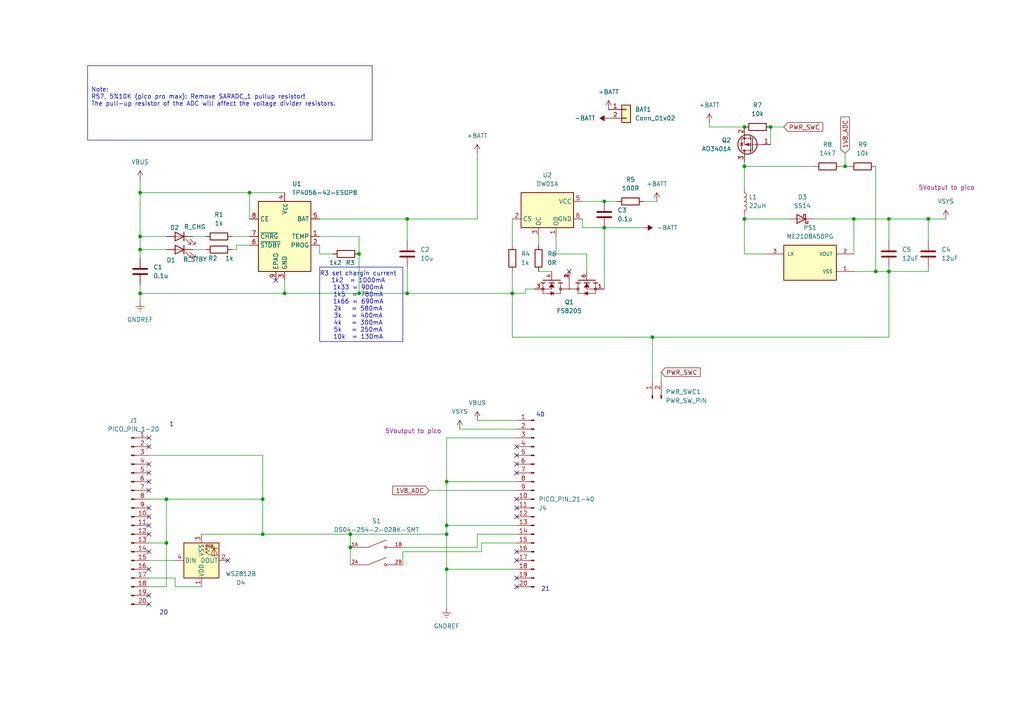
<source format=kicad_sch>
(kicad_sch (version 20250114) (generator "eeschema") (generator_version "9.0")
  (paper "A4")
  (title_block (title "FOX-JACK EXT. BOARD_TOP") (date "2025-06-23") (rev "1.0") (company "Design by KaliAssistant") (comment 1 "Github: github.com/KaliAssistant/FOX-Jack.git"))
  (lib_symbols
    (symbol "Battery_Management:DW01A"
      (property "Reference" "U" (at -6.604 6.35 0))
      (property "Value" "DW01A" (at 4.318 6.604 0))
      (symbol "DW01A_0_1"
        (pin power_in line (at -10.16 2.54 0) (length 2.54) (name "VCC") (number "5"))
        (pin power_in line (at -10.16 -2.54 0) (length 2.54) (name "GND") (number "6"))
        (pin output line (at -2.54 -7.62 90) (length 2.54) (name "OD") (number "1"))
        (pin output line (at 2.54 -7.62 90) (length 2.54) (name "OC") (number "3"))
        (pin input line (at 10.16 -2.54 180) (length 2.54) (name "CS") (number "2"))
      )
      (symbol "DW01A_1_1"
        (rectangle (start -7.62 5.08) (end 7.62 -5.08) (stroke (width 0.254)) (fill (type background)))
        (pin no_connect line (at 10.16 2.54 180) (length 2.54) (hide yes) (name "TD") (number "4"))
      )
    )
    (symbol "Battery_Management:TP4056-42-ESOP8"
      (property "Reference" "U" (at -6.604 11.684 0))
      (property "Value" "TP4056-42-ESOP8" (at 10.16 11.684 0))
      (symbol "TP4056-42-ESOP8_1_0"
        (pin input line (at -10.16 5.08 0) (length 2.54) (name "CE") (number "8"))
        (pin open_collector line (at -10.16 0 0) (length 2.54) (name "~{CHRG}") (number "7"))
        (pin open_collector line (at -10.16 -2.54 0) (length 2.54) (name "~{STDBY}") (number "6"))
        (pin passive line (at -2.54 -12.7 90) (length 2.54) (name "EPAD") (number "9"))
        (pin power_in line (at 0 12.7 270) (length 2.54) (name "V_{CC}") (number "4"))
        (pin power_in line (at 0 -12.7 90) (length 2.54) (name "GND") (number "3"))
        (pin power_out line (at 10.16 5.08 180) (length 2.54) (name "BAT") (number "5"))
        (pin input line (at 10.16 0 180) (length 2.54) (name "TEMP") (number "1"))
        (pin passive line (at 10.16 -2.54 180) (length 2.54) (name "PROG") (number "2"))
      )
      (symbol "TP4056-42-ESOP8_1_1"
        (rectangle (start -7.62 10.16) (end 7.62 -10.16) (stroke (width 0.254)) (fill (type background)))
      )
    )
    (symbol "Conn_01x20_Pin_1" (pin_names (offset 1.016) (hide yes))
      (property "Reference" "J" (at 0 25.4 0))
      (property "Value" "Conn_01x20_Pin" (at 0 -27.94 0))
      (symbol "Conn_01x20_Pin_1_1_1"
        (rectangle (start 0.8636 22.987) (end 0 22.733) (stroke (width 0.1524)) (fill (type outline)))
        (rectangle (start 0.8636 20.447) (end 0 20.193) (stroke (width 0.1524)) (fill (type outline)))
        (rectangle (start 0.8636 17.907) (end 0 17.653) (stroke (width 0.1524)) (fill (type outline)))
        (rectangle (start 0.8636 15.367) (end 0 15.113) (stroke (width 0.1524)) (fill (type outline)))
        (rectangle (start 0.8636 12.827) (end 0 12.573) (stroke (width 0.1524)) (fill (type outline)))
        (rectangle (start 0.8636 10.287) (end 0 10.033) (stroke (width 0.1524)) (fill (type outline)))
        (rectangle (start 0.8636 7.747) (end 0 7.493) (stroke (width 0.1524)) (fill (type outline)))
        (rectangle (start 0.8636 5.207) (end 0 4.953) (stroke (width 0.1524)) (fill (type outline)))
        (rectangle (start 0.8636 2.667) (end 0 2.413) (stroke (width 0.1524)) (fill (type outline)))
        (rectangle (start 0.8636 0.127) (end 0 -0.127) (stroke (width 0.1524)) (fill (type outline)))
        (rectangle (start 0.8636 -2.413) (end 0 -2.667) (stroke (width 0.1524)) (fill (type outline)))
        (rectangle (start 0.8636 -4.953) (end 0 -5.207) (stroke (width 0.1524)) (fill (type outline)))
        (rectangle (start 0.8636 -7.493) (end 0 -7.747) (stroke (width 0.1524)) (fill (type outline)))
        (rectangle (start 0.8636 -10.033) (end 0 -10.287) (stroke (width 0.1524)) (fill (type outline)))
        (rectangle (start 0.8636 -12.573) (end 0 -12.827) (stroke (width 0.1524)) (fill (type outline)))
        (rectangle (start 0.8636 -15.113) (end 0 -15.367) (stroke (width 0.1524)) (fill (type outline)))
        (rectangle (start 0.8636 -17.653) (end 0 -17.907) (stroke (width 0.1524)) (fill (type outline)))
        (rectangle (start 0.8636 -20.193) (end 0 -20.447) (stroke (width 0.1524)) (fill (type outline)))
        (rectangle (start 0.8636 -22.733) (end 0 -22.987) (stroke (width 0.1524)) (fill (type outline)))
        (rectangle (start 0.8636 -25.273) (end 0 -25.527) (stroke (width 0.1524)) (fill (type outline)))
        (polyline (pts (xy 1.27 22.86) (xy 0.8636 22.86)) (stroke (width 0.1524)))
        (polyline (pts (xy 1.27 20.32) (xy 0.8636 20.32)) (stroke (width 0.1524)))
        (polyline (pts (xy 1.27 17.78) (xy 0.8636 17.78)) (stroke (width 0.1524)))
        (polyline (pts (xy 1.27 15.24) (xy 0.8636 15.24)) (stroke (width 0.1524)))
        (polyline (pts (xy 1.27 12.7) (xy 0.8636 12.7)) (stroke (width 0.1524)))
        (polyline (pts (xy 1.27 10.16) (xy 0.8636 10.16)) (stroke (width 0.1524)))
        (polyline (pts (xy 1.27 7.62) (xy 0.8636 7.62)) (stroke (width 0.1524)))
        (polyline (pts (xy 1.27 5.08) (xy 0.8636 5.08)) (stroke (width 0.1524)))
        (polyline (pts (xy 1.27 2.54) (xy 0.8636 2.54)) (stroke (width 0.1524)))
        (polyline (pts (xy 1.27 0) (xy 0.8636 0)) (stroke (width 0.1524)))
        (polyline (pts (xy 1.27 -2.54) (xy 0.8636 -2.54)) (stroke (width 0.1524)))
        (polyline (pts (xy 1.27 -5.08) (xy 0.8636 -5.08)) (stroke (width 0.1524)))
        (polyline (pts (xy 1.27 -7.62) (xy 0.8636 -7.62)) (stroke (width 0.1524)))
        (polyline (pts (xy 1.27 -10.16) (xy 0.8636 -10.16)) (stroke (width 0.1524)))
        (polyline (pts (xy 1.27 -12.7) (xy 0.8636 -12.7)) (stroke (width 0.1524)))
        (polyline (pts (xy 1.27 -15.24) (xy 0.8636 -15.24)) (stroke (width 0.1524)))
        (polyline (pts (xy 1.27 -17.78) (xy 0.8636 -17.78)) (stroke (width 0.1524)))
        (polyline (pts (xy 1.27 -20.32) (xy 0.8636 -20.32)) (stroke (width 0.1524)))
        (polyline (pts (xy 1.27 -22.86) (xy 0.8636 -22.86)) (stroke (width 0.1524)))
        (polyline (pts (xy 1.27 -25.4) (xy 0.8636 -25.4)) (stroke (width 0.1524)))
        (pin passive line (at 5.08 22.86 180) (length 3.81) (name "Pin_1") (number "1"))
        (pin passive line (at 5.08 20.32 180) (length 3.81) (name "Pin_2") (number "2"))
        (pin passive line (at 5.08 17.78 180) (length 3.81) (name "Pin_3") (number "3"))
        (pin passive line (at 5.08 15.24 180) (length 3.81) (name "Pin_4") (number "4"))
        (pin passive line (at 5.08 12.7 180) (length 3.81) (name "Pin_5") (number "5"))
        (pin passive line (at 5.08 10.16 180) (length 3.81) (name "Pin_6") (number "6"))
        (pin passive line (at 5.08 7.62 180) (length 3.81) (name "Pin_7") (number "7"))
        (pin passive line (at 5.08 5.08 180) (length 3.81) (name "Pin_8") (number "8"))
        (pin passive line (at 5.08 2.54 180) (length 3.81) (name "Pin_9") (number "9"))
        (pin passive line (at 5.08 0 180) (length 3.81) (name "Pin_10") (number "10"))
        (pin passive line (at 5.08 -2.54 180) (length 3.81) (name "Pin_11") (number "11"))
        (pin passive line (at 5.08 -5.08 180) (length 3.81) (name "Pin_12") (number "12"))
        (pin passive line (at 5.08 -7.62 180) (length 3.81) (name "Pin_13") (number "13"))
        (pin passive line (at 5.08 -10.16 180) (length 3.81) (name "Pin_14") (number "14"))
        (pin passive line (at 5.08 -12.7 180) (length 3.81) (name "Pin_15") (number "15"))
        (pin passive line (at 5.08 -15.24 180) (length 3.81) (name "Pin_16") (number "16"))
        (pin passive line (at 5.08 -17.78 180) (length 3.81) (name "Pin_17") (number "17"))
        (pin passive line (at 5.08 -20.32 180) (length 3.81) (name "Pin_18") (number "18"))
        (pin passive line (at 5.08 -22.86 180) (length 3.81) (name "Pin_19") (number "19"))
        (pin passive line (at 5.08 -25.4 180) (length 3.81) (name "Pin_20") (number "20"))
      )
    )
    (symbol "Connector:Conn_01x02_Pin" (pin_names (offset 1.016) (hide yes))
      (property "Reference" "J" (at 0 2.54 0))
      (property "Value" "Conn_01x02_Pin" (at 0 -5.08 0))
      (symbol "Conn_01x02_Pin_1_1"
        (rectangle (start 0.8636 0.127) (end 0 -0.127) (stroke (width 0.1524)) (fill (type outline)))
        (rectangle (start 0.8636 -2.413) (end 0 -2.667) (stroke (width 0.1524)) (fill (type outline)))
        (polyline (pts (xy 1.27 0) (xy 0.8636 0)) (stroke (width 0.1524)))
        (polyline (pts (xy 1.27 -2.54) (xy 0.8636 -2.54)) (stroke (width 0.1524)))
        (pin passive line (at 5.08 0 180) (length 3.81) (name "Pin_1") (number "1"))
        (pin passive line (at 5.08 -2.54 180) (length 3.81) (name "Pin_2") (number "2"))
      )
    )
    (symbol "Connector:Conn_01x20_Pin" (pin_names (offset 1.016) (hide yes))
      (property "Reference" "J" (at 0 25.4 0))
      (property "Value" "Conn_01x20_Pin" (at 0 -27.94 0))
      (symbol "Conn_01x20_Pin_1_1"
        (rectangle (start 0.8636 22.987) (end 0 22.733) (stroke (width 0.1524)) (fill (type outline)))
        (rectangle (start 0.8636 20.447) (end 0 20.193) (stroke (width 0.1524)) (fill (type outline)))
        (rectangle (start 0.8636 17.907) (end 0 17.653) (stroke (width 0.1524)) (fill (type outline)))
        (rectangle (start 0.8636 15.367) (end 0 15.113) (stroke (width 0.1524)) (fill (type outline)))
        (rectangle (start 0.8636 12.827) (end 0 12.573) (stroke (width 0.1524)) (fill (type outline)))
        (rectangle (start 0.8636 10.287) (end 0 10.033) (stroke (width 0.1524)) (fill (type outline)))
        (rectangle (start 0.8636 7.747) (end 0 7.493) (stroke (width 0.1524)) (fill (type outline)))
        (rectangle (start 0.8636 5.207) (end 0 4.953) (stroke (width 0.1524)) (fill (type outline)))
        (rectangle (start 0.8636 2.667) (end 0 2.413) (stroke (width 0.1524)) (fill (type outline)))
        (rectangle (start 0.8636 0.127) (end 0 -0.127) (stroke (width 0.1524)) (fill (type outline)))
        (rectangle (start 0.8636 -2.413) (end 0 -2.667) (stroke (width 0.1524)) (fill (type outline)))
        (rectangle (start 0.8636 -4.953) (end 0 -5.207) (stroke (width 0.1524)) (fill (type outline)))
        (rectangle (start 0.8636 -7.493) (end 0 -7.747) (stroke (width 0.1524)) (fill (type outline)))
        (rectangle (start 0.8636 -10.033) (end 0 -10.287) (stroke (width 0.1524)) (fill (type outline)))
        (rectangle (start 0.8636 -12.573) (end 0 -12.827) (stroke (width 0.1524)) (fill (type outline)))
        (rectangle (start 0.8636 -15.113) (end 0 -15.367) (stroke (width 0.1524)) (fill (type outline)))
        (rectangle (start 0.8636 -17.653) (end 0 -17.907) (stroke (width 0.1524)) (fill (type outline)))
        (rectangle (start 0.8636 -20.193) (end 0 -20.447) (stroke (width 0.1524)) (fill (type outline)))
        (rectangle (start 0.8636 -22.733) (end 0 -22.987) (stroke (width 0.1524)) (fill (type outline)))
        (rectangle (start 0.8636 -25.273) (end 0 -25.527) (stroke (width 0.1524)) (fill (type outline)))
        (polyline (pts (xy 1.27 22.86) (xy 0.8636 22.86)) (stroke (width 0.1524)))
        (polyline (pts (xy 1.27 20.32) (xy 0.8636 20.32)) (stroke (width 0.1524)))
        (polyline (pts (xy 1.27 17.78) (xy 0.8636 17.78)) (stroke (width 0.1524)))
        (polyline (pts (xy 1.27 15.24) (xy 0.8636 15.24)) (stroke (width 0.1524)))
        (polyline (pts (xy 1.27 12.7) (xy 0.8636 12.7)) (stroke (width 0.1524)))
        (polyline (pts (xy 1.27 10.16) (xy 0.8636 10.16)) (stroke (width 0.1524)))
        (polyline (pts (xy 1.27 7.62) (xy 0.8636 7.62)) (stroke (width 0.1524)))
        (polyline (pts (xy 1.27 5.08) (xy 0.8636 5.08)) (stroke (width 0.1524)))
        (polyline (pts (xy 1.27 2.54) (xy 0.8636 2.54)) (stroke (width 0.1524)))
        (polyline (pts (xy 1.27 0) (xy 0.8636 0)) (stroke (width 0.1524)))
        (polyline (pts (xy 1.27 -2.54) (xy 0.8636 -2.54)) (stroke (width 0.1524)))
        (polyline (pts (xy 1.27 -5.08) (xy 0.8636 -5.08)) (stroke (width 0.1524)))
        (polyline (pts (xy 1.27 -7.62) (xy 0.8636 -7.62)) (stroke (width 0.1524)))
        (polyline (pts (xy 1.27 -10.16) (xy 0.8636 -10.16)) (stroke (width 0.1524)))
        (polyline (pts (xy 1.27 -12.7) (xy 0.8636 -12.7)) (stroke (width 0.1524)))
        (polyline (pts (xy 1.27 -15.24) (xy 0.8636 -15.24)) (stroke (width 0.1524)))
        (polyline (pts (xy 1.27 -17.78) (xy 0.8636 -17.78)) (stroke (width 0.1524)))
        (polyline (pts (xy 1.27 -20.32) (xy 0.8636 -20.32)) (stroke (width 0.1524)))
        (polyline (pts (xy 1.27 -22.86) (xy 0.8636 -22.86)) (stroke (width 0.1524)))
        (polyline (pts (xy 1.27 -25.4) (xy 0.8636 -25.4)) (stroke (width 0.1524)))
        (pin passive line (at 5.08 22.86 180) (length 3.81) (name "Pin_1") (number "1"))
        (pin passive line (at 5.08 20.32 180) (length 3.81) (name "Pin_2") (number "2"))
        (pin passive line (at 5.08 17.78 180) (length 3.81) (name "Pin_3") (number "3"))
        (pin passive line (at 5.08 15.24 180) (length 3.81) (name "Pin_4") (number "4"))
        (pin passive line (at 5.08 12.7 180) (length 3.81) (name "Pin_5") (number "5"))
        (pin passive line (at 5.08 10.16 180) (length 3.81) (name "Pin_6") (number "6"))
        (pin passive line (at 5.08 7.62 180) (length 3.81) (name "Pin_7") (number "7"))
        (pin passive line (at 5.08 5.08 180) (length 3.81) (name "Pin_8") (number "8"))
        (pin passive line (at 5.08 2.54 180) (length 3.81) (name "Pin_9") (number "9"))
        (pin passive line (at 5.08 0 180) (length 3.81) (name "Pin_10") (number "10"))
        (pin passive line (at 5.08 -2.54 180) (length 3.81) (name "Pin_11") (number "11"))
        (pin passive line (at 5.08 -5.08 180) (length 3.81) (name "Pin_12") (number "12"))
        (pin passive line (at 5.08 -7.62 180) (length 3.81) (name "Pin_13") (number "13"))
        (pin passive line (at 5.08 -10.16 180) (length 3.81) (name "Pin_14") (number "14"))
        (pin passive line (at 5.08 -12.7 180) (length 3.81) (name "Pin_15") (number "15"))
        (pin passive line (at 5.08 -15.24 180) (length 3.81) (name "Pin_16") (number "16"))
        (pin passive line (at 5.08 -17.78 180) (length 3.81) (name "Pin_17") (number "17"))
        (pin passive line (at 5.08 -20.32 180) (length 3.81) (name "Pin_18") (number "18"))
        (pin passive line (at 5.08 -22.86 180) (length 3.81) (name "Pin_19") (number "19"))
        (pin passive line (at 5.08 -25.4 180) (length 3.81) (name "Pin_20") (number "20"))
      )
    )
    (symbol "Connector_Generic:Conn_01x02" (pin_names (offset 1.016) (hide yes))
      (property "Reference" "J" (at 0 2.54 0))
      (property "Value" "Conn_01x02" (at 0 -5.08 0))
      (symbol "Conn_01x02_1_1"
        (rectangle (start -1.27 1.27) (end 1.27 -3.81) (stroke (width 0.254)) (fill (type background)))
        (rectangle (start -1.27 0.127) (end 0 -0.127) (stroke (width 0.1524)))
        (rectangle (start -1.27 -2.413) (end 0 -2.667) (stroke (width 0.1524)))
        (pin passive line (at -5.08 0 0) (length 3.81) (name "Pin_1") (number "1"))
        (pin passive line (at -5.08 -2.54 0) (length 3.81) (name "Pin_2") (number "2"))
      )
    )
    (symbol "DS04-254-2-02BK-SMT:DS04-254-2-02BK-SMT" (pin_names (offset 1.016))
      (property "Reference" "S" (at -2.54 5.08 0))
      (property "Value" "DS04-254-2-02BK-SMT" (at -2.54 -5.08 0))
      (symbol "DS04-254-2-02BK-SMT_0_0"
        (polyline (pts (xy -2.54 2.54) (xy -5.08 2.54)) (stroke (width 0.1524)))
        (polyline (pts (xy -2.54 2.54) (xy 2.794 4.6736)) (stroke (width 0.1524)))
        (polyline (pts (xy -2.54 -2.54) (xy -5.08 -2.54)) (stroke (width 0.1524)))
        (polyline (pts (xy -2.54 -2.54) (xy 2.794 -0.4064)) (stroke (width 0.1524)))
        (circle (center 2.54 2.54) (radius 0.3302) (stroke (width 0.1524)))
        (circle (center 2.54 -2.54) (radius 0.3302) (stroke (width 0.1524)))
        (polyline (pts (xy 5.08 2.54) (xy 2.921 2.54)) (stroke (width 0.1524)))
        (polyline (pts (xy 5.08 -2.54) (xy 2.921 -2.54)) (stroke (width 0.1524)))
        (pin passive line (at -7.62 2.54 0) (length 2.54) (name "~") (number "1A"))
        (pin passive line (at -7.62 -2.54 0) (length 2.54) (name "~") (number "2A"))
        (pin passive line (at 7.62 2.54 180) (length 2.54) (name "~") (number "1B"))
        (pin passive line (at 7.62 -2.54 180) (length 2.54) (name "~") (number "2B"))
      )
    )
    (symbol "Device:C" (pin_numbers (hide yes)) (pin_names (offset 0.254))
      (property "Reference" "C" (at 0.635 2.54 0))
      (property "Value" "C" (at 0.635 -2.54 0))
      (symbol "C_0_1"
        (polyline (pts (xy -2.032 0.762) (xy 2.032 0.762)) (stroke (width 0.508)))
        (polyline (pts (xy -2.032 -0.762) (xy 2.032 -0.762)) (stroke (width 0.508)))
      )
      (symbol "C_1_1"
        (pin passive line (at 0 3.81 270) (length 2.794) (name "~") (number "1"))
        (pin passive line (at 0 -3.81 90) (length 2.794) (name "~") (number "2"))
      )
    )
    (symbol "Device:L" (pin_numbers (hide yes)) (pin_names (offset 1.016) (hide yes))
      (property "Reference" "L" (at -1.27 0 90))
      (property "Value" "L" (at 1.905 0 90))
      (symbol "L_0_1"
        (arc (start 0 2.54) (mid 0.6323 1.905) (end 0 1.27))
        (arc (start 0 1.27) (mid 0.6323 0.635) (end 0 0))
        (arc (start 0 0) (mid 0.6323 -0.635) (end 0 -1.27))
        (arc (start 0 -1.27) (mid 0.6323 -1.905) (end 0 -2.54))
      )
      (symbol "L_1_1"
        (pin passive line (at 0 3.81 270) (length 1.27) (name "1") (number "1"))
        (pin passive line (at 0 -3.81 90) (length 1.27) (name "2") (number "2"))
      )
    )
    (symbol "Device:LED" (pin_numbers (hide yes)) (pin_names (offset 1.016) (hide yes))
      (property "Reference" "D" (at 0 2.54 0))
      (property "Value" "LED" (at 0 -2.54 0))
      (symbol "LED_0_1"
        (polyline (pts (xy -3.048 -0.762) (xy -4.572 -2.286) (xy -3.81 -2.286) (xy -4.572 -2.286) (xy -4.572 -1.524)))
        (polyline (pts (xy -1.778 -0.762) (xy -3.302 -2.286) (xy -2.54 -2.286) (xy -3.302 -2.286) (xy -3.302 -1.524)))
        (polyline (pts (xy -1.27 0) (xy 1.27 0)))
        (polyline (pts (xy -1.27 -1.27) (xy -1.27 1.27)) (stroke (width 0.254)))
        (polyline (pts (xy 1.27 -1.27) (xy 1.27 1.27) (xy -1.27 0) (xy 1.27 -1.27)) (stroke (width 0.254)))
      )
      (symbol "LED_1_1"
        (pin passive line (at -3.81 0 0) (length 2.54) (name "K") (number "1"))
        (pin passive line (at 3.81 0 180) (length 2.54) (name "A") (number "2"))
      )
    )
    (symbol "Device:R" (pin_numbers (hide yes)) (pin_names (offset 0))
      (property "Reference" "R" (at 2.032 0 90))
      (property "Value" "R" (at 0 0 90))
      (symbol "R_0_1"
        (rectangle (start -1.016 -2.54) (end 1.016 2.54) (stroke (width 0.254)))
      )
      (symbol "R_1_1"
        (pin passive line (at 0 3.81 270) (length 1.27) (name "~") (number "1"))
        (pin passive line (at 0 -3.81 90) (length 1.27) (name "~") (number "2"))
      )
    )
    (symbol "Diode:SS14" (pin_numbers (hide yes)) (pin_names (offset 1.016) (hide yes))
      (property "Reference" "D" (at 0 2.54 0))
      (property "Value" "SS14" (at 0 -2.54 0))
      (symbol "SS14_0_1"
        (polyline (pts (xy -1.905 0.635) (xy -1.905 1.27) (xy -1.27 1.27) (xy -1.27 -1.27) (xy -0.635 -1.27) (xy -0.635 -0.635)) (stroke (width 0.254)))
        (polyline (pts (xy 1.27 1.27) (xy 1.27 -1.27) (xy -1.27 0) (xy 1.27 1.27)) (stroke (width 0.254)))
        (polyline (pts (xy 1.27 0) (xy -1.27 0)))
      )
      (symbol "SS14_1_1"
        (pin passive line (at -3.81 0 0) (length 2.54) (name "K") (number "1"))
        (pin passive line (at 3.81 0 180) (length 2.54) (name "A") (number "2"))
      )
    )
    (symbol "FS8205:FS8205" (pin_names (offset 1.016))
      (property "Reference" "Q" (at 2.54 2.286 0))
      (property "Value" "FS8205" (at 2.54 -2.032 0))
      (symbol "FS8205_0_0"
        (polyline (pts (xy -2.54 2.54) (xy -2.54 7.62)) (stroke (width 0.254)))
        (polyline (pts (xy -2.54 0) (xy 0 0)) (stroke (width 0.1524)))
        (polyline (pts (xy -2.54 -2.54) (xy -2.54 -7.62)) (stroke (width 0.254)))
        (polyline (pts (xy -1.778 7.62) (xy -1.778 8.255)) (stroke (width 0.254)))
        (polyline (pts (xy -1.778 6.985) (xy -1.778 7.62)) (stroke (width 0.254)))
        (polyline (pts (xy -1.778 5.08) (xy -1.778 5.842)) (stroke (width 0.254)))
        (polyline (pts (xy -1.778 5.08) (xy 0 5.08)) (stroke (width 0.1524)))
        (polyline (pts (xy -1.778 4.318) (xy -1.778 5.08)) (stroke (width 0.254)))
        (polyline (pts (xy -1.778 2.54) (xy -1.778 3.175)) (stroke (width 0.254)))
        (polyline (pts (xy -1.778 2.54) (xy 0 2.54)) (stroke (width 0.1524)))
        (polyline (pts (xy -1.778 1.905) (xy -1.778 2.54)) (stroke (width 0.254)))
        (polyline (pts (xy -1.778 -1.905) (xy -1.778 -2.54)) (stroke (width 0.254)))
        (polyline (pts (xy -1.778 -2.54) (xy -1.778 -3.175)) (stroke (width 0.254)))
        (polyline (pts (xy -1.778 -2.54) (xy 0 -2.54)) (stroke (width 0.1524)))
        (polyline (pts (xy -1.778 -4.318) (xy -1.778 -5.08)) (stroke (width 0.254)))
        (polyline (pts (xy -1.778 -5.08) (xy -1.778 -5.842)) (stroke (width 0.254)))
        (polyline (pts (xy -1.778 -5.08) (xy 0 -5.08)) (stroke (width 0.1524)))
        (polyline (pts (xy -1.778 -6.985) (xy -1.778 -7.62)) (stroke (width 0.254)))
        (polyline (pts (xy -1.778 -7.62) (xy -1.778 -8.255)) (stroke (width 0.254)))
        (polyline (pts (xy -1.524 5.08) (xy -0.508 4.318) (xy -0.508 5.842) (xy -1.524 5.08)) (stroke (width 0.1524)) (fill (type outline)))
        (polyline (pts (xy -1.524 -5.08) (xy -0.508 -4.318) (xy -0.508 -5.842) (xy -1.524 -5.08)) (stroke (width 0.1524)) (fill (type outline)))
        (circle (center 0 7.62) (radius 0.3592))
        (polyline (pts (xy 0 7.62) (xy -1.778 7.62)) (stroke (width 0.1524)))
        (polyline (pts (xy 0 7.62) (xy 1.27 7.62)) (stroke (width 0.1524)))
        (polyline (pts (xy 0 5.08) (xy 0 7.62)) (stroke (width 0.1524)))
        (circle (center 0 2.54) (radius 0.3592))
        (polyline (pts (xy 0 2.54) (xy 0 0)) (stroke (width 0.1778)))
        (polyline (pts (xy 0 2.54) (xy 1.27 2.54)) (stroke (width 0.1524)))
        (polyline (pts (xy 0 0) (xy 0 -2.54)) (stroke (width 0.1778)))
        (polyline (pts (xy 0 -2.54) (xy 1.27 -2.54)) (stroke (width 0.1524)))
        (circle (center 0 -2.54) (radius 0.3592))
        (polyline (pts (xy 0 -5.08) (xy 0 -7.62)) (stroke (width 0.1524)))
        (polyline (pts (xy 0 -7.62) (xy -1.778 -7.62)) (stroke (width 0.1524)))
        (polyline (pts (xy 0 -7.62) (xy 1.27 -7.62)) (stroke (width 0.1524)))
        (circle (center 0 -7.62) (radius 0.3592))
        (polyline (pts (xy 1.27 4.572) (xy 0.762 4.572)) (stroke (width 0.1524)))
        (polyline (pts (xy 1.27 4.572) (xy 1.27 7.62)) (stroke (width 0.1524)))
        (polyline (pts (xy 1.27 4.572) (xy 0.762 5.334) (xy 1.778 5.334) (xy 1.27 4.572)) (stroke (width 0.1524)) (fill (type outline)))
        (polyline (pts (xy 1.27 2.54) (xy 1.27 4.572)) (stroke (width 0.1524)))
        (polyline (pts (xy 1.27 -2.54) (xy 1.27 -4.572)) (stroke (width 0.1524)))
        (polyline (pts (xy 1.27 -4.572) (xy 0.762 -4.572)) (stroke (width 0.1524)))
        (polyline (pts (xy 1.27 -4.572) (xy 1.27 -7.62)) (stroke (width 0.1524)))
        (polyline (pts (xy 1.27 -4.572) (xy 0.762 -5.334) (xy 1.778 -5.334) (xy 1.27 -4.572)) (stroke (width 0.1524)) (fill (type outline)))
        (polyline (pts (xy 1.778 4.572) (xy 1.27 4.572)) (stroke (width 0.1524)))
        (polyline (pts (xy 1.778 -4.572) (xy 1.27 -4.572)) (stroke (width 0.1524)))
        (pin passive line (at -5.08 5.08 0) (length 2.54) (name "~") (number "4"))
        (pin passive line (at -5.08 0 0) (length 2.54) (name "~") (number "2"))
        (pin passive line (at -5.08 0 0) (length 2.54) (name "~") (number "5"))
        (pin passive line (at -5.08 -5.08 0) (length 2.54) (name "~") (number "6"))
        (pin passive line (at 0 10.16 270) (length 2.54) (name "~") (number "3"))
        (pin passive line (at 0 -10.16 90) (length 2.54) (name "~") (number "1"))
      )
    )
    (symbol "LED:WS2812B" (pin_names (offset 0.254))
      (property "Reference" "D" (at 5.08 5.715 0))
      (property "Value" "WS2812B" (at 1.27 -5.715 0))
      (symbol "WS2812B_0_0"
        (text "RGB" (at 2.286 -4.191 0) (effects (font (size 0.762 0.762))))
      )
      (symbol "WS2812B_0_1"
        (polyline (pts (xy 1.27 -2.54) (xy 1.778 -2.54)))
        (polyline (pts (xy 1.27 -3.556) (xy 1.778 -3.556)))
        (polyline (pts (xy 2.286 -1.524) (xy 1.27 -2.54) (xy 1.27 -2.032)))
        (polyline (pts (xy 2.286 -2.54) (xy 1.27 -3.556) (xy 1.27 -3.048)))
        (polyline (pts (xy 3.683 -1.016) (xy 3.683 -3.556) (xy 3.683 -4.064)))
        (polyline (pts (xy 4.699 -1.524) (xy 2.667 -1.524) (xy 3.683 -3.556) (xy 4.699 -1.524)))
        (polyline (pts (xy 4.699 -3.556) (xy 2.667 -3.556)))
        (rectangle (start 5.08 5.08) (end -5.08 -5.08) (stroke (width 0.254)) (fill (type background)))
      )
      (symbol "WS2812B_1_1"
        (pin input line (at -7.62 0 0) (length 2.54) (name "DIN") (number "4"))
        (pin power_in line (at 0 7.62 270) (length 2.54) (name "VDD") (number "1"))
        (pin power_in line (at 0 -7.62 90) (length 2.54) (name "VSS") (number "3"))
        (pin output line (at 7.62 0 180) (length 2.54) (name "DOUT") (number "2"))
      )
    )
    (symbol "ME2108A33P:ME2108A33P" (pin_names (offset 1.016))
      (property "Reference" "PS" (at -7.62 5.842 0))
      (property "Value" "ME2108A33P" (at -7.62 -5.842 0))
      (symbol "ME2108A33P_0_0"
        (rectangle (start -7.62 -5.08) (end 7.62 5.08) (stroke (width 0.254)) (fill (type background)))
        (pin input line (at -12.7 2.54 0) (length 5.08) (name "LX") (number "3"))
        (pin output line (at 12.7 2.54 180) (length 5.08) (name "VOUT") (number "2"))
        (pin power_in line (at 12.7 -2.54 180) (length 5.08) (name "VSS") (number "1"))
      )
    )
    (symbol "Transistor_FET:AO3401A" (pin_names (hide yes))
      (property "Reference" "Q" (at 5.08 1.905 0))
      (property "Value" "AO3401A" (at 5.08 0 0))
      (symbol "AO3401A_0_1"
        (polyline (pts (xy 0.254 1.905) (xy 0.254 -1.905)) (stroke (width 0.254)))
        (polyline (pts (xy 0.254 0) (xy -2.54 0)))
        (polyline (pts (xy 0.762 2.286) (xy 0.762 1.27)) (stroke (width 0.254)))
        (polyline (pts (xy 0.762 1.778) (xy 3.302 1.778) (xy 3.302 -1.778) (xy 0.762 -1.778)))
        (polyline (pts (xy 0.762 0.508) (xy 0.762 -0.508)) (stroke (width 0.254)))
        (polyline (pts (xy 0.762 -1.27) (xy 0.762 -2.286)) (stroke (width 0.254)))
        (circle (center 1.651 0) (radius 2.794) (stroke (width 0.254)))
        (polyline (pts (xy 2.286 0) (xy 1.27 0.381) (xy 1.27 -0.381) (xy 2.286 0)) (fill (type outline)))
        (polyline (pts (xy 2.54 2.54) (xy 2.54 1.778)))
        (circle (center 2.54 1.778) (radius 0.254) (fill (type outline)))
        (circle (center 2.54 -1.778) (radius 0.254) (fill (type outline)))
        (polyline (pts (xy 2.54 -2.54) (xy 2.54 0) (xy 0.762 0)))
        (polyline (pts (xy 2.794 -0.508) (xy 2.921 -0.381) (xy 3.683 -0.381) (xy 3.81 -0.254)))
        (polyline (pts (xy 3.302 -0.381) (xy 2.921 0.254) (xy 3.683 0.254) (xy 3.302 -0.381)))
      )
      (symbol "AO3401A_1_1"
        (pin input line (at -5.08 0 0) (length 2.54) (name "G") (number "1"))
        (pin passive line (at 2.54 5.08 270) (length 2.54) (name "D") (number "3"))
        (pin passive line (at 2.54 -5.08 90) (length 2.54) (name "S") (number "2"))
      )
    )
    (symbol "power:+BATT" (power) (pin_numbers (hide yes)) (pin_names (offset 0) (hide yes))
      (property "Value" "+BATT" (at 0 3.556 0))
      (symbol "+BATT_0_1"
        (polyline (pts (xy -0.762 1.27) (xy 0 2.54)))
        (polyline (pts (xy 0 2.54) (xy 0.762 1.27)))
        (polyline (pts (xy 0 0) (xy 0 2.54)))
      )
      (symbol "+BATT_1_1"
        (pin power_in line (at 0 0 90) (length 0) (name "~") (number "1"))
      )
    )
    (symbol "power:-BATT" (power) (pin_numbers (hide yes)) (pin_names (offset 0) (hide yes))
      (property "Value" "-BATT" (at 0 3.556 0))
      (symbol "-BATT_0_1"
        (polyline (pts (xy 0 0) (xy 0 2.54)))
        (polyline (pts (xy 0.762 1.27) (xy -0.762 1.27) (xy 0 2.54) (xy 0.762 1.27)) (fill (type outline)))
      )
      (symbol "-BATT_1_1"
        (pin power_in line (at 0 0 90) (length 0) (name "~") (number "1"))
      )
    )
    (symbol "power:GNDREF" (power) (pin_numbers (hide yes)) (pin_names (offset 0) (hide yes))
      (property "Value" "GNDREF" (at 0 -3.81 0))
      (symbol "GNDREF_0_1"
        (polyline (pts (xy -0.635 -1.905) (xy 0.635 -1.905)))
        (polyline (pts (xy -0.127 -2.54) (xy 0.127 -2.54)))
        (polyline (pts (xy 0 -1.27) (xy 0 0)))
        (polyline (pts (xy 1.27 -1.27) (xy -1.27 -1.27)))
      )
      (symbol "GNDREF_1_1"
        (pin power_in line (at 0 0 270) (length 0) (name "~") (number "1"))
      )
    )
    (symbol "power:VBUS" (power) (pin_numbers (hide yes)) (pin_names (offset 0) (hide yes))
      (property "Value" "VBUS" (at 0 3.556 0))
      (symbol "VBUS_0_1"
        (polyline (pts (xy -0.762 1.27) (xy 0 2.54)))
        (polyline (pts (xy 0 2.54) (xy 0.762 1.27)))
        (polyline (pts (xy 0 0) (xy 0 2.54)))
      )
      (symbol "VBUS_1_1"
        (pin power_in line (at 0 0 90) (length 0) (name "~") (number "1"))
      )
    )
    (symbol "power:VCC" (power) (pin_numbers (hide yes)) (pin_names (offset 0) (hide yes))
      (property "Value" "VCC" (at 0 3.556 0))
      (symbol "VCC_0_1"
        (polyline (pts (xy -0.762 1.27) (xy 0 2.54)))
        (polyline (pts (xy 0 2.54) (xy 0.762 1.27)))
        (polyline (pts (xy 0 0) (xy 0 2.54)))
      )
      (symbol "VCC_1_1"
        (pin power_in line (at 0 0 90) (length 0) (name "~") (number "1"))
      )
    )
  )
  (rectangle (start 25.4 19.05) (end 107.95 40.64))
  (rectangle (start 92.71 77.47) (end 116.84 99.06))
  (text "R3 set chargin current\n1k2  = 1000mA\n1k33 = 900mA\n1k5  = 780mA\n1k66 = 690mA\n2k   = 580mA\n3k   = 400mA\n4k   = 300mA\n5k   = 250mA\n10k  = 130mA" (at 103.886 88.646 0) (effects (font (size 1.27 1.27))))
  (text "20" (at 47.498 177.8 0) (effects (font (size 1.27 1.27))))
  (text "1" (at 49.784 123.19 0) (effects (font (size 1.27 1.27))))
  (text "Note:\nR57, 5%10K (pico pro max): Remove SARADC_1 pullup resistor! \nThe pull-up resistor of the ADC will affect the voltage divider resistors.\n" (at 26.416 28.194 0) (effects (font (size 1.27 1.27)) (justify left)))
  (text "40" (at 156.718 120.396 0) (effects (font (size 1.27 1.27))))
  (text "21" (at 158.242 170.942 0) (effects (font (size 1.27 1.27))))
  (junction (at 254 78.74))
  (junction (at 247.65 63.5))
  (junction (at 257.81 63.5))
  (junction (at 76.2 154.94))
  (junction (at 40.64 85.09))
  (junction (at 189.23 97.79))
  (junction (at 215.9 48.26))
  (junction (at 118.11 63.5))
  (junction (at 104.14 85.09))
  (junction (at 129.54 152.4))
  (junction (at 215.9 36.83))
  (junction (at 101.6 154.94))
  (junction (at 175.26 58.42))
  (junction (at 245.11 48.26))
  (junction (at 129.54 165.1))
  (junction (at 257.81 78.74))
  (junction (at 76.2 144.78))
  (junction (at 129.54 139.7))
  (junction (at 129.54 154.94))
  (junction (at 40.64 55.88))
  (junction (at 104.14 73.66))
  (junction (at 223.52 36.83))
  (junction (at 48.26 144.78))
  (junction (at 101.6 158.75))
  (junction (at 175.26 66.04))
  (junction (at 148.59 85.09))
  (junction (at 40.64 68.58))
  (junction (at 72.39 55.88))
  (junction (at 269.24 63.5))
  (junction (at 40.64 72.39))
  (junction (at 48.26 157.48))
  (junction (at 118.11 85.09))
  (junction (at 215.9 63.5))
  (junction (at 82.55 85.09))
  (no_connect (at 66.04 162.56))
  (no_connect (at 149.86 137.16))
  (no_connect (at 80.01 81.28))
  (no_connect (at 149.86 132.08))
  (no_connect (at 149.86 134.62))
  (no_connect (at 43.18 134.62))
  (no_connect (at 149.86 144.78))
  (no_connect (at 149.86 129.54))
  (no_connect (at 43.18 127))
  (no_connect (at 43.18 160.02))
  (no_connect (at 149.86 162.56))
  (no_connect (at 43.18 137.16))
  (no_connect (at 43.18 129.54))
  (no_connect (at 149.86 160.02))
  (no_connect (at 43.18 154.94))
  (no_connect (at 149.86 170.18))
  (no_connect (at 149.86 149.86))
  (no_connect (at 165.1 78.74))
  (no_connect (at 149.86 167.64))
  (no_connect (at 43.18 142.24))
  (no_connect (at 43.18 165.1))
  (no_connect (at 43.18 172.72))
  (no_connect (at 43.18 147.32))
  (no_connect (at 43.18 139.7))
  (no_connect (at 43.18 175.26))
  (no_connect (at 43.18 152.4))
  (no_connect (at 149.86 147.32))
  (no_connect (at 43.18 149.86))
  (wire (pts (xy 215.9 48.26) (xy 215.9 54.61)))
  (wire (pts (xy 215.9 48.26) (xy 236.22 48.26)))
  (wire (pts (xy 223.52 36.83) (xy 227.33 36.83)))
  (wire (pts (xy 82.55 85.09) (xy 40.64 85.09)))
  (wire (pts (xy 118.11 77.47) (xy 118.11 85.09)))
  (wire (pts (xy 247.65 63.5) (xy 257.81 63.5)))
  (wire (pts (xy 168.91 58.42) (xy 175.26 58.42)))
  (wire (pts (xy 257.81 63.5) (xy 257.81 69.85)))
  (wire (pts (xy 129.54 139.7) (xy 149.86 139.7)))
  (wire (pts (xy 154.94 83.82) (xy 152.4 83.82)))
  (wire (pts (xy 92.71 68.58) (xy 104.14 68.58)))
  (wire (pts (xy 138.43 158.75) (xy 138.43 154.94)))
  (wire (pts (xy 82.55 81.28) (xy 82.55 85.09)))
  (wire (pts (xy 50.8 170.18) (xy 58.42 170.18)))
  (wire (pts (xy 269.24 77.47) (xy 269.24 78.74)))
  (wire (pts (xy 55.88 72.39) (xy 59.69 72.39)))
  (wire (pts (xy 269.24 63.5) (xy 269.24 69.85)))
  (wire (pts (xy 40.64 72.39) (xy 40.64 74.93)))
  (wire (pts (xy 101.6 154.94) (xy 101.6 158.75)))
  (wire (pts (xy 40.64 82.55) (xy 40.64 85.09)))
  (wire (pts (xy 148.59 85.09) (xy 118.11 85.09)))
  (wire (pts (xy 76.2 144.78) (xy 76.2 154.94)))
  (wire (pts (xy 170.18 73.66) (xy 170.18 78.74)))
  (wire (pts (xy 138.43 121.92) (xy 149.86 121.92)))
  (wire (pts (xy 148.59 97.79) (xy 189.23 97.79)))
  (wire (pts (xy 48.26 157.48) (xy 48.26 144.78)))
  (wire (pts (xy 116.84 158.75) (xy 138.43 158.75)))
  (wire (pts (xy 175.26 58.42) (xy 179.07 58.42)))
  (wire (pts (xy 215.9 46.99) (xy 215.9 48.26)))
  (wire (pts (xy 269.24 63.5) (xy 274.32 63.5)))
  (wire (pts (xy 129.54 127) (xy 149.86 127)))
  (wire (pts (xy 191.77 107.95) (xy 191.77 110.49)))
  (wire (pts (xy 43.18 170.18) (xy 48.26 170.18)))
  (wire (pts (xy 48.26 144.78) (xy 76.2 144.78)))
  (wire (pts (xy 254 78.74) (xy 257.81 78.74)))
  (wire (pts (xy 138.43 154.94) (xy 149.86 154.94)))
  (wire (pts (xy 269.24 78.74) (xy 257.81 78.74)))
  (wire (pts (xy 129.54 165.1) (xy 149.86 165.1)))
  (wire (pts (xy 243.84 48.26) (xy 245.11 48.26)))
  (wire (pts (xy 257.81 97.79) (xy 257.81 78.74)))
  (wire (pts (xy 215.9 73.66) (xy 222.25 73.66)))
  (wire (pts (xy 152.4 85.09) (xy 148.59 85.09)))
  (wire (pts (xy 133.35 124.46) (xy 149.86 124.46)))
  (wire (pts (xy 205.74 36.83) (xy 205.74 35.56)))
  (wire (pts (xy 40.64 68.58) (xy 40.64 55.88)))
  (wire (pts (xy 161.29 73.66) (xy 170.18 73.66)))
  (wire (pts (xy 236.22 63.5) (xy 247.65 63.5)))
  (wire (pts (xy 156.21 68.58) (xy 156.21 71.12)))
  (wire (pts (xy 215.9 63.5) (xy 215.9 73.66)))
  (wire (pts (xy 148.59 78.74) (xy 148.59 85.09)))
  (wire (pts (xy 139.7 160.02) (xy 139.7 157.48)))
  (wire (pts (xy 245.11 44.45) (xy 245.11 48.26)))
  (wire (pts (xy 76.2 132.08) (xy 76.2 144.78)))
  (wire (pts (xy 129.54 165.1) (xy 129.54 176.53)))
  (wire (pts (xy 116.84 160.02) (xy 139.7 160.02)))
  (wire (pts (xy 168.91 63.5) (xy 168.91 66.04)))
  (wire (pts (xy 189.23 97.79) (xy 189.23 110.49)))
  (wire (pts (xy 43.18 167.64) (xy 50.8 167.64)))
  (wire (pts (xy 205.74 36.83) (xy 215.9 36.83)))
  (wire (pts (xy 129.54 127) (xy 129.54 139.7)))
  (wire (pts (xy 129.54 154.94) (xy 129.54 165.1)))
  (wire (pts (xy 245.11 48.26) (xy 246.38 48.26)))
  (wire (pts (xy 257.81 78.74) (xy 257.81 77.47)))
  (wire (pts (xy 55.88 68.58) (xy 59.69 68.58)))
  (wire (pts (xy 124.46 142.24) (xy 149.86 142.24)))
  (wire (pts (xy 68.58 71.12) (xy 68.58 72.39)))
  (wire (pts (xy 43.18 144.78) (xy 48.26 144.78)))
  (wire (pts (xy 152.4 83.82) (xy 152.4 85.09)))
  (wire (pts (xy 129.54 152.4) (xy 149.86 152.4)))
  (wire (pts (xy 215.9 63.5) (xy 228.6 63.5)))
  (wire (pts (xy 148.59 63.5) (xy 148.59 71.12)))
  (wire (pts (xy 129.54 152.4) (xy 129.54 154.94)))
  (wire (pts (xy 161.29 68.58) (xy 161.29 73.66)))
  (wire (pts (xy 68.58 72.39) (xy 67.31 72.39)))
  (wire (pts (xy 101.6 154.94) (xy 129.54 154.94)))
  (wire (pts (xy 156.21 78.74) (xy 160.02 78.74)))
  (wire (pts (xy 40.64 55.88) (xy 40.64 52.07)))
  (wire (pts (xy 72.39 71.12) (xy 68.58 71.12)))
  (wire (pts (xy 223.52 36.83) (xy 223.52 41.91)))
  (wire (pts (xy 40.64 85.09) (xy 40.64 87.63)))
  (wire (pts (xy 254 48.26) (xy 254 78.74)))
  (wire (pts (xy 168.91 66.04) (xy 175.26 66.04)))
  (wire (pts (xy 76.2 154.94) (xy 101.6 154.94)))
  (wire (pts (xy 175.26 66.04) (xy 186.69 66.04)))
  (wire (pts (xy 138.43 63.5) (xy 138.43 44.45)))
  (wire (pts (xy 257.81 63.5) (xy 269.24 63.5)))
  (wire (pts (xy 104.14 73.66) (xy 104.14 85.09)))
  (wire (pts (xy 40.64 72.39) (xy 40.64 68.58)))
  (wire (pts (xy 104.14 85.09) (xy 82.55 85.09)))
  (wire (pts (xy 215.9 62.23) (xy 215.9 63.5)))
  (wire (pts (xy 50.8 167.64) (xy 50.8 170.18)))
  (wire (pts (xy 72.39 55.88) (xy 40.64 55.88)))
  (wire (pts (xy 72.39 55.88) (xy 72.39 63.5)))
  (wire (pts (xy 92.71 63.5) (xy 118.11 63.5)))
  (wire (pts (xy 139.7 157.48) (xy 149.86 157.48)))
  (wire (pts (xy 118.11 63.5) (xy 138.43 63.5)))
  (wire (pts (xy 247.65 63.5) (xy 247.65 73.66)))
  (wire (pts (xy 58.42 154.94) (xy 76.2 154.94)))
  (wire (pts (xy 43.18 162.56) (xy 50.8 162.56)))
  (wire (pts (xy 92.71 73.66) (xy 96.52 73.66)))
  (wire (pts (xy 92.71 71.12) (xy 92.71 73.66)))
  (wire (pts (xy 189.23 97.79) (xy 257.81 97.79)))
  (wire (pts (xy 116.84 163.83) (xy 116.84 160.02)))
  (wire (pts (xy 186.69 58.42) (xy 190.5 58.42)))
  (wire (pts (xy 48.26 170.18) (xy 48.26 157.48)))
  (wire (pts (xy 247.65 78.74) (xy 254 78.74)))
  (wire (pts (xy 175.26 66.04) (xy 175.26 83.82)))
  (wire (pts (xy 48.26 68.58) (xy 40.64 68.58)))
  (wire (pts (xy 148.59 97.79) (xy 148.59 85.09)))
  (wire (pts (xy 101.6 158.75) (xy 101.6 163.83)))
  (wire (pts (xy 67.31 68.58) (xy 72.39 68.58)))
  (wire (pts (xy 129.54 139.7) (xy 129.54 152.4)))
  (wire (pts (xy 118.11 85.09) (xy 104.14 85.09)))
  (wire (pts (xy 48.26 72.39) (xy 40.64 72.39)))
  (wire (pts (xy 43.18 132.08) (xy 76.2 132.08)))
  (wire (pts (xy 43.18 157.48) (xy 48.26 157.48)))
  (wire (pts (xy 82.55 55.88) (xy 72.39 55.88)))
  (wire (pts (xy 118.11 63.5) (xy 118.11 69.85)))
  (wire (pts (xy 104.14 68.58) (xy 104.14 73.66)))
  (global_label "1V8_ADC" (shape input) (at 124.46 142.24 180) (property "Intersheetrefs" "${INTERSHEET_REFS}" (effects (hide yes))))
  (global_label "1V8_ADC" (shape input) (at 245.11 44.45 90) (property "Intersheetrefs" "${INTERSHEET_REFS}" (effects (hide yes))))
  (global_label "PWR_SWC" (shape input) (at 227.33 36.83 0) (property "Intersheetrefs" "${INTERSHEET_REFS}" (effects (hide yes))))
  (global_label "PWR_SWC" (shape input) (at 191.77 107.95 0) (property "Intersheetrefs" "${INTERSHEET_REFS}" (effects (hide yes))))
  (symbol (lib_id "Connector:Conn_01x02_Pin") (at 189.23 115.57 90) (unit 1)
    (property "Reference" "PWR_SWC1" (at 193.04 113.6649 90) (effects (justify right)))
    (property "Value" "PWR_SW_PIN" (at 193.04 116.2049 90) (effects (justify right)))
    (property "Footprint" "Connector_PinHeader_2.54mm:PinHeader_1x02_P2.54mm_Vertical" (effects (hide yes)))
    (property "Description" "Generic connector, single row, 01x02, script generated" (effects (hide yes)))
  )
  (symbol (lib_name "Conn_01x20_Pin_1") (lib_id "Connector:Conn_01x20_Pin") (at 154.94 144.78 0) (mirror y) (unit 1)
    (property "Reference" "J4" (at 156.21 147.3201 0) (effects (justify right)))
    (property "Value" "PICO_PIN_21-40" (at 156.21 144.7801 0) (effects (justify right)))
    (property "Footprint" "Connector_PinHeader_2.54mm:PinHeader_1x20_P2.54mm_Vertical" (effects (hide yes)))
    (property "Description" "Generic connector, single row, 01x20, script generated" (effects (hide yes)))
  )
  (symbol (lib_id "power:VCC") (at 274.32 63.5 0) (unit 1)
    (property "Reference" "#PWR04" (effects (hide yes)))
    (property "Value" "VSYS" (at 274.32 58.42 0))
    (property "Description" "5Voutput to pico" (at 274.574 54.356 0))
  )
  (symbol (lib_id "Connector_Generic:Conn_01x02") (at 181.61 31.75 0) (unit 1)
    (property "Reference" "BAT1" (at 184.15 31.7499 0) (effects (justify left)))
    (property "Value" "Conn_01x02" (at 184.15 34.2899 0) (effects (justify left)))
    (property "Footprint" "BAT_PAD:BAT_PAD" (effects (hide yes)))
    (property "Description" "Generic connector, single row, 01x02, script generated (kicad-library-utils/schlib/autogen/connector/)" (effects (hide yes)))
  )
  (symbol (lib_id "Device:LED") (at 52.07 72.39 0) (mirror y) (unit 1)
    (property "Reference" "D1" (at 48.26 75.438 0) (effects (justify right)))
    (property "Value" "B_STBY" (at 53.086 75.184 0) (effects (justify right)))
    (property "Footprint" "LED_SMD:LED_0603_1608Metric" (effects (hide yes)))
    (property "Description" "Light emitting diode" (effects (hide yes)))
    (property "Sim.Pins" "1=K 2=A" (effects (hide yes)))
  )
  (symbol (lib_id "Device:C") (at 175.26 62.23 0) (unit 1)
    (property "Reference" "C3" (at 179.07 60.9599 0) (effects (justify left)))
    (property "Value" "0.1u" (at 179.07 63.4999 0) (effects (justify left)))
    (property "Footprint" "Capacitor_SMD:C_0402_1005Metric" (effects (hide yes)))
    (property "Description" "Unpolarized capacitor" (effects (hide yes)))
  )
  (symbol (lib_id "Connector:Conn_01x20_Pin") (at 38.1 149.86 0) (unit 1)
    (property "Reference" "J1" (at 38.735 121.92 0))
    (property "Value" "PICO_PIN_1-20" (at 38.735 124.46 0))
    (property "Footprint" "Connector_PinHeader_2.54mm:PinHeader_1x20_P2.54mm_Vertical" (effects (hide yes)))
    (property "Description" "Generic connector, single row, 01x20, script generated" (effects (hide yes)))
  )
  (symbol (lib_id "Device:C") (at 118.11 73.66 0) (unit 1)
    (property "Reference" "C2" (at 121.92 72.3899 0) (effects (justify left)))
    (property "Value" "10u" (at 121.92 74.9299 0) (effects (justify left)))
    (property "Footprint" "Capacitor_SMD:C_0603_1608Metric" (effects (hide yes)))
    (property "Description" "Unpolarized capacitor" (effects (hide yes)))
  )
  (symbol (lib_id "LED:WS2812B") (at 58.42 162.56 0) (mirror x) (unit 1)
    (property "Reference" "D4" (at 69.85 168.9802 0))
    (property "Value" "WS2812B" (at 69.85 166.4402 0))
    (property "Footprint" "LED_SMD:LED_WS2812B_PLCC4_5.0x5.0mm_P3.2mm" (effects (hide yes)))
    (property "Datasheet" "https://cdn-shop.adafruit.com/datasheets/WS2812B.pdf" (effects (hide yes)))
    (property "Description" "RGB LED with integrated controller" (effects (hide yes)))
  )
  (symbol (lib_id "Device:C") (at 269.24 73.66 0) (unit 1)
    (property "Reference" "C4" (at 273.05 72.3899 0) (effects (justify left)))
    (property "Value" "12uF" (at 273.05 74.9299 0) (effects (justify left)))
    (property "Footprint" "Capacitor_SMD:C_1210_3225Metric" (effects (hide yes)))
    (property "Description" "Unpolarized capacitor" (effects (hide yes)))
  )
  (symbol (lib_id "Battery_Management:DW01A") (at 158.75 60.96 0) (mirror y) (unit 1)
    (property "Reference" "U2" (at 158.75 50.8 0))
    (property "Value" "DW01A" (at 158.75 53.34 0))
    (property "Footprint" "Package_TO_SOT_SMD:SOT-23-6" (effects (hide yes)))
    (property "Datasheet" "https://hmsemi.com/downfile/DW01A.PDF" (effects (hide yes)))
    (property "Description" "Overcharge, overcurrent and overdischarge protection IC for single cell lithium-ion/polymer battery" (effects (hide yes)))
  )
  (symbol (lib_id "power:VCC") (at 133.35 124.46 0) (unit 1)
    (property "Reference" "#PWR011" (effects (hide yes)))
    (property "Value" "VSYS" (at 133.35 119.38 0))
    (property "Description" "5Voutput to pico" (at 119.888 124.968 0))
  )
  (symbol (lib_id "Device:C") (at 257.81 73.66 0) (unit 1)
    (property "Reference" "C5" (at 261.62 72.3899 0) (effects (justify left)))
    (property "Value" "12uF" (at 261.62 74.9299 0) (effects (justify left)))
    (property "Footprint" "Capacitor_SMD:C_1210_3225Metric" (effects (hide yes)))
    (property "Description" "Unpolarized capacitor" (effects (hide yes)))
  )
  (symbol (lib_id "power:+BATT") (at 176.53 31.75 0) (unit 1)
    (property "Reference" "#PWR012" (effects (hide yes)))
    (property "Value" "+BATT" (at 176.53 26.67 0))
    (property "Description" "Power symbol creates a global label with name \"+BATT\"" (effects (hide yes)))
  )
  (symbol (lib_id "Device:R") (at 63.5 68.58 270) (unit 1)
    (property "Reference" "R1" (at 63.5 62.23 90))
    (property "Value" "1k" (at 63.5 64.77 90))
    (property "Footprint" "Resistor_SMD:R_0402_1005Metric" (effects (hide yes)))
    (property "Description" "Resistor" (effects (hide yes)))
  )
  (symbol (lib_id "Device:R") (at 148.59 74.93 0) (unit 1)
    (property "Reference" "R4" (at 151.13 73.6599 0) (effects (justify left)))
    (property "Value" "1k" (at 151.13 76.1999 0) (effects (justify left)))
    (property "Footprint" "Resistor_SMD:R_0603_1608Metric" (effects (hide yes)))
    (property "Description" "Resistor" (effects (hide yes)))
  )
  (symbol (lib_id "power:+BATT") (at 205.74 35.56 0) (unit 1)
    (property "Reference" "#PWR08" (effects (hide yes)))
    (property "Value" "+BATT" (at 205.74 30.48 0))
    (property "Description" "Power symbol creates a global label with name \"+BATT\"" (effects (hide yes)))
  )
  (symbol (lib_id "Device:L") (at 215.9 58.42 0) (unit 1)
    (property "Reference" "L1" (at 217.17 57.1499 0) (effects (justify left)))
    (property "Value" "22uH" (at 217.17 59.6899 0) (effects (justify left)))
    (property "Footprint" "Inductor_SMD:L_Changjiang_FNR3015S" (effects (hide yes)))
    (property "Description" "Inductor" (effects (hide yes)))
  )
  (symbol (lib_id "Device:R") (at 240.03 48.26 90) (unit 1)
    (property "Reference" "R8" (at 240.03 41.91 90))
    (property "Value" "14k7" (at 240.03 44.45 90))
    (property "Footprint" "Resistor_SMD:R_0402_1005Metric" (effects (hide yes)))
    (property "Description" "Resistor" (effects (hide yes)))
  )
  (symbol (lib_id "Battery_Management:TP4056-42-ESOP8") (at 82.55 68.58 0) (unit 1)
    (property "Reference" "U1" (at 84.6933 53.34 0) (effects (justify left)))
    (property "Value" "TP4056-42-ESOP8" (at 84.6933 55.88 0) (effects (justify left)))
    (property "Footprint" "Package_SO:SOIC-8-1EP_3.9x4.9mm_P1.27mm_EP2.41x3.3mm_ThermalVias" (effects (hide yes)))
    (property "Datasheet" "https://www.lcsc.com/datasheet/lcsc_datasheet_2410121619_TOPPOWER-Nanjing-Extension-Microelectronics-TP4056-42-ESOP8_C16581.pdf" (effects (hide yes)))
    (property "Description" "1A Standalone Linear Li-ion/LiPo single-cell battery charger, 4.2V ±1% charge voltage, VCC = 4.0..8.0V, SOIC-8 (SOP-8)" (effects (hide yes)))
  )
  (symbol (lib_id "Device:R") (at 63.5 72.39 270) (unit 1)
    (property "Reference" "R2" (at 61.722 74.93 90))
    (property "Value" "1k" (at 66.548 74.93 90))
    (property "Footprint" "Resistor_SMD:R_0402_1005Metric" (effects (hide yes)))
    (property "Description" "Resistor" (effects (hide yes)))
  )
  (symbol (lib_id "power:GNDREF") (at 129.54 176.53 0) (unit 1)
    (property "Reference" "#PWR09" (effects (hide yes)))
    (property "Value" "GNDREF" (at 129.54 181.61 0))
    (property "Description" "Power symbol creates a global label with name \"GNDREF\" , reference supply ground" (effects (hide yes)))
  )
  (symbol (lib_id "Transistor_FET:AO3401A") (at 218.44 41.91 180) (unit 1)
    (property "Reference" "Q2" (at 212.09 40.6399 0) (effects (justify left)))
    (property "Value" "AO3401A" (at 212.09 43.1799 0) (effects (justify left)))
    (property "Footprint" "Package_TO_SOT_SMD:SOT-23" (effects (hide yes)))
    (property "Datasheet" "http://www.aosmd.com/pdfs/datasheet/AO3401A.pdf" (effects (hide yes)))
    (property "Description" "-4.0A Id, -30V Vds, P-Channel MOSFET, SOT-23" (effects (hide yes)))
  )
  (symbol (lib_id "Device:C") (at 40.64 78.74 0) (unit 1)
    (property "Reference" "C1" (at 44.45 77.4699 0) (effects (justify left)))
    (property "Value" "0.1u" (at 44.45 80.0099 0) (effects (justify left)))
    (property "Footprint" "Capacitor_SMD:C_0402_1005Metric" (effects (hide yes)))
    (property "Description" "Unpolarized capacitor" (effects (hide yes)))
  )
  (symbol (lib_id "ME2108A33P:ME2108A33P") (at 234.95 76.2 0) (unit 1)
    (property "Reference" "PS1" (at 234.95 66.04 0))
    (property "Value" "ME2108A50PG" (at 234.95 68.58 0))
    (property "Footprint" "me2108a33p:CONV_ME2108A33P" (effects (hide yes)))
    (property "MF" "Nanjing Micro One Electronics" (effects (hide yes)))
    (property "MAXIMUM_PACKAGE_HEIGHT" "1.6 mm" (effects (hide yes)))
    (property "Package" "Package" (effects (hide yes)))
    (property "Price" "None" (effects (hide yes)))
    (property "Check_prices" "https://www.snapeda.com/parts/ME2108A33P/Nanjing+Micro+One+Electronics/view-part/?ref=eda" (effects (hide yes)))
    (property "STANDARD" "Manufacturer Recommendations" (effects (hide yes)))
    (property "PARTREV" "V10.0" (effects (hide yes)))
    (property "SnapEDA_Link" "https://www.snapeda.com/parts/ME2108A33P/Nanjing+Micro+One+Electronics/view-part/?ref=snap" (effects (hide yes)))
    (property "MP" "ME2108A33P" (effects (hide yes)))
    (property "Description_1" "PFM Step-up Step-up Step-up Step-up DC/DC Converter" (effects (hide yes)))
    (property "Availability" "Not in stock" (effects (hide yes)))
    (property "MANUFACTURER" "Nanjing Micro One Electronics" (effects (hide yes)))
  )
  (symbol (lib_id "Diode:SS14") (at 232.41 63.5 180) (unit 1)
    (property "Reference" "D3" (at 232.7275 57.15 0))
    (property "Value" "SS14" (at 232.7275 59.69 0))
    (property "Footprint" "Diode_SMD:D_SMA" (effects (hide yes)))
    (property "Datasheet" "https://www.vishay.com/docs/88746/ss12.pdf" (effects (hide yes)))
    (property "Description" "40V 1A Schottky Diode, SMA" (effects (hide yes)))
  )
  (symbol (lib_id "Device:R") (at 100.33 73.66 90) (unit 1)
    (property "Reference" "R3" (at 101.6 76.2 90))
    (property "Value" "1k2" (at 97.282 76.2 90))
    (property "Footprint" "LED_SMD:LED_0402_1005Metric" (effects (hide yes)))
    (property "Description" "Resistor" (effects (hide yes)))
  )
  (symbol (lib_id "DS04-254-2-02BK-SMT:DS04-254-2-02BK-SMT") (at 109.22 161.29 0) (unit 1)
    (property "Reference" "S1" (at 109.22 151.13 0))
    (property "Value" "DS04-254-2-02BK-SMT" (at 109.22 153.67 0))
    (property "Footprint" "ds04-254-2-02bk-smt:SW_DS04-254-2-02BK-SMT" (effects (hide yes)))
    (property "MF" "Same Sky" (effects (hide yes)))
    (property "MAXIMUM_PACKAGE_HEIGHT" "4.86 mm" (effects (hide yes)))
    (property "Package" "None" (effects (hide yes)))
    (property "Price" "None" (effects (hide yes)))
    (property "Check_prices" "https://www.snapeda.com/parts/DS04-254-2-02BK-SMT/Same+Sky/view-part/?ref=eda" (effects (hide yes)))
    (property "STANDARD" "Manufacturer Recommendations" (effects (hide yes)))
    (property "PARTREV" "V0.0" (effects (hide yes)))
    (property "SnapEDA_Link" "https://www.snapeda.com/parts/DS04-254-2-02BK-SMT/Same+Sky/view-part/?ref=snap" (effects (hide yes)))
    (property "MP" "DS04-254-2-02BK-SMT" (effects (hide yes)))
    (property "Description_1" "2 Position, Surface Mount, 2.54 mm Pitch, Flat Slide Actuator, Flat Bottom, SMT Pin, DIP Switch" (effects (hide yes)))
    (property "Availability" "In Stock" (effects (hide yes)))
    (property "MANUFACTURER" "CUI Inc." (effects (hide yes)))
  )
  (symbol (lib_id "power:-BATT") (at 176.53 34.29 90) (mirror x) (unit 1)
    (property "Reference" "#PWR013" (effects (hide yes)))
    (property "Value" "-BATT" (at 172.72 34.2899 90) (effects (justify left)))
    (property "Description" "Power symbol creates a global label with name \"-BATT\"" (effects (hide yes)))
  )
  (symbol (lib_id "power:+BATT") (at 138.43 44.45 0) (unit 1)
    (property "Reference" "#PWR05" (effects (hide yes)))
    (property "Value" "+BATT" (at 138.43 39.37 0))
    (property "Description" "Power symbol creates a global label with name \"+BATT\"" (effects (hide yes)))
  )
  (symbol (lib_id "Device:R") (at 182.88 58.42 270) (unit 1)
    (property "Reference" "R5" (at 182.88 52.07 90))
    (property "Value" "100R" (at 182.88 54.61 90))
    (property "Footprint" "Resistor_SMD:R_0805_2012Metric" (effects (hide yes)))
    (property "Description" "Resistor" (effects (hide yes)))
  )
  (symbol (lib_id "Device:R") (at 156.21 74.93 0) (unit 1)
    (property "Reference" "R6" (at 158.75 73.6599 0) (effects (justify left)))
    (property "Value" "0R" (at 158.75 76.1999 0) (effects (justify left)))
    (property "Footprint" "LED_SMD:LED_0805_2012Metric" (effects (hide yes)))
    (property "Description" "Resistor" (effects (hide yes)))
  )
  (symbol (lib_id "power:VBUS") (at 138.43 121.92 0) (unit 1)
    (property "Reference" "#PWR010" (effects (hide yes)))
    (property "Value" "VBUS" (at 138.43 116.84 0))
    (property "Description" "Power symbol creates a global label with name \"VBUS\"" (effects (hide yes)))
  )
  (symbol (lib_id "Device:R") (at 219.71 36.83 90) (unit 1)
    (property "Reference" "R7" (at 219.71 30.48 90))
    (property "Value" "10k" (at 219.71 33.02 90))
    (property "Footprint" "Resistor_SMD:R_0402_1005Metric" (effects (hide yes)))
    (property "Description" "Resistor" (effects (hide yes)))
  )
  (symbol (lib_id "power:+BATT") (at 190.5 58.42 0) (unit 1)
    (property "Reference" "#PWR07" (effects (hide yes)))
    (property "Value" "+BATT" (at 190.5 53.34 0))
    (property "Description" "Power symbol creates a global label with name \"+BATT\"" (effects (hide yes)))
  )
  (symbol (lib_id "power:VBUS") (at 40.64 52.07 0) (unit 1)
    (property "Reference" "#PWR03" (effects (hide yes)))
    (property "Value" "VBUS" (at 40.64 46.99 0))
    (property "Description" "Power symbol creates a global label with name \"VBUS\"" (effects (hide yes)))
  )
  (symbol (lib_id "power:-BATT") (at 186.69 66.04 270) (unit 1)
    (property "Reference" "#PWR06" (effects (hide yes)))
    (property "Value" "-BATT" (at 190.5 66.0399 90) (effects (justify left)))
    (property "Description" "Power symbol creates a global label with name \"-BATT\"" (effects (hide yes)))
  )
  (symbol (lib_id "Device:LED") (at 52.07 68.58 0) (mirror y) (unit 1)
    (property "Reference" "D2" (at 49.276 66.04 0) (effects (justify right)))
    (property "Value" "R_CHG" (at 53.34 65.786 0) (effects (justify right)))
    (property "Footprint" "LED_SMD:LED_0603_1608Metric" (effects (hide yes)))
    (property "Description" "Light emitting diode" (effects (hide yes)))
    (property "Sim.Pins" "1=K 2=A" (effects (hide yes)))
  )
  (symbol (lib_id "Device:R") (at 250.19 48.26 90) (unit 1)
    (property "Reference" "R9" (at 250.19 41.91 90))
    (property "Value" "10k" (at 250.19 44.45 90))
    (property "Footprint" "Resistor_SMD:R_0402_1005Metric" (effects (hide yes)))
    (property "Description" "Resistor" (effects (hide yes)))
  )
  (symbol (lib_id "power:GNDREF") (at 40.64 87.63 0) (unit 1)
    (property "Reference" "#PWR01" (effects (hide yes)))
    (property "Value" "GNDREF" (at 40.64 92.71 0))
    (property "Description" "Power symbol creates a global label with name \"GNDREF\" , reference supply ground" (effects (hide yes)))
  )
  (symbol (lib_id "FS8205:FS8205") (at 165.1 83.82 90) (mirror x) (unit 1)
    (property "Reference" "Q1" (at 165.1 87.63 90))
    (property "Value" "FS8205" (at 165.1 90.17 90))
    (property "Footprint" "fs8205:SOT95P280X145-6N" (effects (hide yes)))
    (property "MF" "Fortune Semiconductor" (effects (hide yes)))
    (property "MAXIMUM_PACKAGE_HEIGHT" "1.45mm" (effects (hide yes)))
    (property "Package" "Package" (effects (hide yes)))
    (property "Price" "None" (effects (hide yes)))
    (property "Check_prices" "https://www.snapeda.com/parts/FS8205/Fortune+Semiconductor/view-part/?ref=eda" (effects (hide yes)))
    (property "STANDARD" "IPC-7351B" (effects (hide yes)))
    (property "PARTREV" "1.9" (effects (hide yes)))
    (property "SnapEDA_Link" "https://www.snapeda.com/parts/FS8205/Fortune+Semiconductor/view-part/?ref=snap" (effects (hide yes)))
    (property "MP" "FS8205" (effects (hide yes)))
    (property "Description_1" "Dual N-Channel Enhancement Mode Power MOSFET" (effects (hide yes)))
    (property "Availability" "In Stock" (effects (hide yes)))
    (property "MANUFACTURER" "Fortune" (effects (hide yes)))
  )
)
</source>
